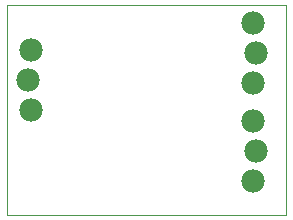
<source format=gbs>
G75*
%MOIN*%
%OFA0B0*%
%FSLAX25Y25*%
%IPPOS*%
%LPD*%
%AMOC8*
5,1,8,0,0,1.08239X$1,22.5*
%
%ADD10C,0.00000*%
%ADD11C,0.07800*%
D10*
X0006800Y0006800D02*
X0006800Y0076761D01*
X0099751Y0076761D01*
X0099751Y0006800D01*
X0006800Y0006800D01*
D11*
X0014800Y0041800D03*
X0013800Y0051800D03*
X0014800Y0061800D03*
X0088800Y0070550D03*
X0089800Y0060550D03*
X0088800Y0050550D03*
X0088800Y0038050D03*
X0089800Y0028050D03*
X0088800Y0018050D03*
M02*

</source>
